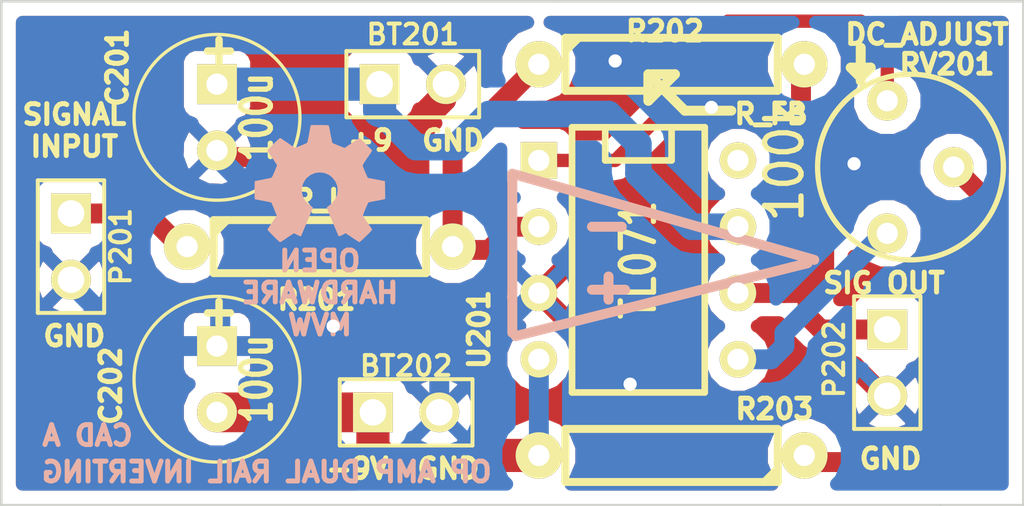
<source format=kicad_pcb>
(kicad_pcb (version 3) (host pcbnew "(2013-07-07 BZR 4022)-stable")

  (general
    (links 19)
    (no_connects 0)
    (area 230.327999 117.551999 269.544001 136.956001)
    (thickness 1.6)
    (drawings 35)
    (tracks 121)
    (zones 0)
    (modules 12)
    (nets 10)
  )

  (page A3)
  (layers
    (15 F.Cu signal)
    (0 B.Cu signal)
    (16 B.Adhes user)
    (17 F.Adhes user)
    (18 B.Paste user)
    (19 F.Paste user)
    (20 B.SilkS user)
    (21 F.SilkS user)
    (22 B.Mask user)
    (23 F.Mask user)
    (24 Dwgs.User user)
    (25 Cmts.User user)
    (26 Eco1.User user)
    (27 Eco2.User user)
    (28 Edge.Cuts user)
  )

  (setup
    (last_trace_width 0.762)
    (user_trace_width 0.508)
    (user_trace_width 0.762)
    (user_trace_width 1.016)
    (user_trace_width 1.27)
    (user_trace_width 2.54)
    (user_trace_width 5.08)
    (trace_clearance 0.381)
    (zone_clearance 0.508)
    (zone_45_only no)
    (trace_min 0.508)
    (segment_width 0.381)
    (edge_width 0.1)
    (via_size 1.016)
    (via_drill 0.508)
    (via_min_size 1.016)
    (via_min_drill 0.508)
    (uvia_size 0.508)
    (uvia_drill 0.127)
    (uvias_allowed no)
    (uvia_min_size 0.508)
    (uvia_min_drill 0.127)
    (pcb_text_width 0.3)
    (pcb_text_size 1.5 1.5)
    (mod_edge_width 0.15)
    (mod_text_size 1 1)
    (mod_text_width 0.15)
    (pad_size 1.5 1.5)
    (pad_drill 0.6)
    (pad_to_mask_clearance 0)
    (aux_axis_origin 0 0)
    (visible_elements 7FFF7FFF)
    (pcbplotparams
      (layerselection 284983297)
      (usegerberextensions true)
      (excludeedgelayer true)
      (linewidth 0.150000)
      (plotframeref false)
      (viasonmask false)
      (mode 1)
      (useauxorigin false)
      (hpglpennumber 1)
      (hpglpenspeed 20)
      (hpglpendiameter 15)
      (hpglpenoverlay 2)
      (psnegative false)
      (psa4output false)
      (plotreference true)
      (plotvalue false)
      (plotothertext true)
      (plotinvisibletext false)
      (padsonsilk false)
      (subtractmaskfromsilk false)
      (outputformat 1)
      (mirror false)
      (drillshape 0)
      (scaleselection 1)
      (outputdirectory Output/))
  )

  (net 0 "")
  (net 1 GND)
  (net 2 N-000002)
  (net 3 N-000005)
  (net 4 N-000006)
  (net 5 N-000007)
  (net 6 N-000008)
  (net 7 N-000009)
  (net 8 VCC)
  (net 9 VEE)

  (net_class Default "This is the default net class."
    (clearance 0.381)
    (trace_width 0.762)
    (via_dia 1.016)
    (via_drill 0.508)
    (uvia_dia 0.508)
    (uvia_drill 0.127)
    (add_net "")
    (add_net N-000002)
    (add_net N-000005)
    (add_net N-000006)
    (add_net N-000007)
    (add_net N-000008)
    (add_net N-000009)
  )

  (net_class POWER ""
    (clearance 0.381)
    (trace_width 0.762)
    (via_dia 1.016)
    (via_drill 0.508)
    (uvia_dia 0.508)
    (uvia_drill 0.127)
    (add_net GND)
    (add_net VCC)
    (add_net VEE)
  )

  (module PIN_ARRAY_2X1 (layer F.Cu) (tedit 4565C520) (tstamp 532D8C7A)
    (at 233.045 127 270)
    (descr "Connecteurs 2 pins")
    (tags "CONN DEV")
    (path /532D86CE/532D8801)
    (fp_text reference P201 (at 0 -1.905 270) (layer F.SilkS)
      (effects (font (size 0.762 0.762) (thickness 0.1524)))
    )
    (fp_text value CONN_2 (at 0 -1.905 270) (layer F.SilkS) hide
      (effects (font (size 0.762 0.762) (thickness 0.1524)))
    )
    (fp_line (start -2.54 1.27) (end -2.54 -1.27) (layer F.SilkS) (width 0.1524))
    (fp_line (start -2.54 -1.27) (end 2.54 -1.27) (layer F.SilkS) (width 0.1524))
    (fp_line (start 2.54 -1.27) (end 2.54 1.27) (layer F.SilkS) (width 0.1524))
    (fp_line (start 2.54 1.27) (end -2.54 1.27) (layer F.SilkS) (width 0.1524))
    (pad 1 thru_hole rect (at -1.27 0 270) (size 1.524 1.524) (drill 1.016)
      (layers *.Cu *.Mask F.SilkS)
      (net 7 N-000009)
    )
    (pad 2 thru_hole circle (at 1.27 0 270) (size 1.524 1.524) (drill 1.016)
      (layers *.Cu *.Mask F.SilkS)
      (net 1 GND)
    )
    (model pin_array/pins_array_2x1.wrl
      (at (xyz 0 0 0))
      (scale (xyz 1 1 1))
      (rotate (xyz 0 0 0))
    )
  )

  (module PIN_ARRAY_2X1 (layer F.Cu) (tedit 532DE260) (tstamp 532D8C84)
    (at 264.287 131.445 270)
    (descr "Connecteurs 2 pins")
    (tags "CONN DEV")
    (path /532D86CE/532D8834)
    (fp_text reference P202 (at -0.127 2.032 270) (layer F.SilkS)
      (effects (font (size 0.762 0.762) (thickness 0.1524)))
    )
    (fp_text value CONN_2 (at 0 -1.905 270) (layer F.SilkS) hide
      (effects (font (size 0.762 0.762) (thickness 0.1524)))
    )
    (fp_line (start -2.54 1.27) (end -2.54 -1.27) (layer F.SilkS) (width 0.1524))
    (fp_line (start -2.54 -1.27) (end 2.54 -1.27) (layer F.SilkS) (width 0.1524))
    (fp_line (start 2.54 -1.27) (end 2.54 1.27) (layer F.SilkS) (width 0.1524))
    (fp_line (start 2.54 1.27) (end -2.54 1.27) (layer F.SilkS) (width 0.1524))
    (pad 1 thru_hole rect (at -1.27 0 270) (size 1.524 1.524) (drill 1.016)
      (layers *.Cu *.Mask F.SilkS)
      (net 5 N-000007)
    )
    (pad 2 thru_hole circle (at 1.27 0 270) (size 1.524 1.524) (drill 1.016)
      (layers *.Cu *.Mask F.SilkS)
      (net 1 GND)
    )
    (model pin_array/pins_array_2x1.wrl
      (at (xyz 0 0 0))
      (scale (xyz 1 1 1))
      (rotate (xyz 0 0 0))
    )
  )

  (module PIN_ARRAY_2X1 (layer F.Cu) (tedit 4565C520) (tstamp 532D8C8E)
    (at 246.126 120.777)
    (descr "Connecteurs 2 pins")
    (tags "CONN DEV")
    (path /532D86CE/532D8843)
    (fp_text reference BT201 (at 0 -1.905) (layer F.SilkS)
      (effects (font (size 0.762 0.762) (thickness 0.1524)))
    )
    (fp_text value 9V_BATTERY (at 0 -1.905) (layer F.SilkS) hide
      (effects (font (size 0.762 0.762) (thickness 0.1524)))
    )
    (fp_line (start -2.54 1.27) (end -2.54 -1.27) (layer F.SilkS) (width 0.1524))
    (fp_line (start -2.54 -1.27) (end 2.54 -1.27) (layer F.SilkS) (width 0.1524))
    (fp_line (start 2.54 -1.27) (end 2.54 1.27) (layer F.SilkS) (width 0.1524))
    (fp_line (start 2.54 1.27) (end -2.54 1.27) (layer F.SilkS) (width 0.1524))
    (pad 1 thru_hole rect (at -1.27 0) (size 1.524 1.524) (drill 1.016)
      (layers *.Cu *.Mask F.SilkS)
      (net 8 VCC)
    )
    (pad 2 thru_hole circle (at 1.27 0) (size 1.524 1.524) (drill 1.016)
      (layers *.Cu *.Mask F.SilkS)
      (net 1 GND)
    )
    (model pin_array/pins_array_2x1.wrl
      (at (xyz 0 0 0))
      (scale (xyz 1 1 1))
      (rotate (xyz 0 0 0))
    )
  )

  (module PIN_ARRAY_2X1 (layer F.Cu) (tedit 532DA8D7) (tstamp 532DDF5F)
    (at 245.872 133.35)
    (descr "Connecteurs 2 pins")
    (tags "CONN DEV")
    (path /532D86CE/532D8849)
    (fp_text reference BT202 (at 0 -1.778) (layer F.SilkS)
      (effects (font (size 0.762 0.762) (thickness 0.1524)))
    )
    (fp_text value 9V_BATTERY (at 0 -1.905) (layer F.SilkS) hide
      (effects (font (size 0.762 0.762) (thickness 0.1524)))
    )
    (fp_line (start -2.54 1.27) (end -2.54 -1.27) (layer F.SilkS) (width 0.1524))
    (fp_line (start -2.54 -1.27) (end 2.54 -1.27) (layer F.SilkS) (width 0.1524))
    (fp_line (start 2.54 -1.27) (end 2.54 1.27) (layer F.SilkS) (width 0.1524))
    (fp_line (start 2.54 1.27) (end -2.54 1.27) (layer F.SilkS) (width 0.1524))
    (pad 1 thru_hole rect (at -1.27 0) (size 1.524 1.524) (drill 1.016)
      (layers *.Cu *.Mask F.SilkS)
      (net 9 VEE)
    )
    (pad 2 thru_hole circle (at 1.27 0) (size 1.524 1.524) (drill 1.016)
      (layers *.Cu *.Mask F.SilkS)
      (net 1 GND)
    )
    (model pin_array/pins_array_2x1.wrl
      (at (xyz 0 0 0))
      (scale (xyz 1 1 1))
      (rotate (xyz 0 0 0))
    )
  )

  (module DIP-8__300 (layer F.Cu) (tedit 532DF972) (tstamp 532D8CAB)
    (at 254.762 127.508 270)
    (descr "8 pins DIL package, round pads")
    (tags DIL)
    (path /532D86CE/532DD5B6)
    (fp_text reference U201 (at 2.667 6.096 270) (layer F.SilkS)
      (effects (font (size 0.762 0.762) (thickness 0.1905)))
    )
    (fp_text value TL071 (at 0 0 270) (layer F.SilkS)
      (effects (font (size 1.27 1.016) (thickness 0.2032)))
    )
    (fp_line (start -5.08 -1.27) (end -3.81 -1.27) (layer F.SilkS) (width 0.254))
    (fp_line (start -3.81 -1.27) (end -3.81 1.27) (layer F.SilkS) (width 0.254))
    (fp_line (start -3.81 1.27) (end -5.08 1.27) (layer F.SilkS) (width 0.254))
    (fp_line (start -5.08 -2.54) (end 5.08 -2.54) (layer F.SilkS) (width 0.254))
    (fp_line (start 5.08 -2.54) (end 5.08 2.54) (layer F.SilkS) (width 0.254))
    (fp_line (start 5.08 2.54) (end -5.08 2.54) (layer F.SilkS) (width 0.254))
    (fp_line (start -5.08 2.54) (end -5.08 -2.54) (layer F.SilkS) (width 0.254))
    (pad 1 thru_hole rect (at -3.81 3.81 270) (size 1.397 1.397) (drill 0.8128)
      (layers *.Cu *.Mask F.SilkS)
      (net 2 N-000002)
    )
    (pad 2 thru_hole circle (at -1.27 3.81 270) (size 1.397 1.397) (drill 0.8128)
      (layers *.Cu *.Mask F.SilkS)
      (net 3 N-000005)
    )
    (pad 3 thru_hole circle (at 1.27 3.81 270) (size 1.397 1.397) (drill 0.8128)
      (layers *.Cu *.Mask F.SilkS)
      (net 1 GND)
    )
    (pad 4 thru_hole circle (at 3.81 3.81 270) (size 1.397 1.397) (drill 0.8128)
      (layers *.Cu *.Mask F.SilkS)
      (net 9 VEE)
    )
    (pad 5 thru_hole circle (at 3.81 -3.81 270) (size 1.397 1.397) (drill 0.8128)
      (layers *.Cu *.Mask F.SilkS)
      (net 6 N-000008)
    )
    (pad 6 thru_hole circle (at 1.27 -3.81 270) (size 1.397 1.397) (drill 0.8128)
      (layers *.Cu *.Mask F.SilkS)
      (net 5 N-000007)
    )
    (pad 7 thru_hole circle (at -1.27 -3.81 270) (size 1.397 1.397) (drill 0.8128)
      (layers *.Cu *.Mask F.SilkS)
      (net 8 VCC)
    )
    (pad 8 thru_hole circle (at -3.81 -3.81 270) (size 1.397 1.397) (drill 0.8128)
      (layers *.Cu *.Mask F.SilkS)
    )
    (model dil/dil_8.wrl
      (at (xyz 0 0 0))
      (scale (xyz 1 1 1))
      (rotate (xyz 0 0 0))
    )
  )

  (module R4-LARGE_PADS (layer F.Cu) (tedit 532DE077) (tstamp 532D8D67)
    (at 256.032 120.015)
    (descr "Resitance 4 pas")
    (tags R)
    (path /532D86CE/532D87D7)
    (autoplace_cost180 10)
    (fp_text reference R202 (at -0.254 -1.27) (layer F.SilkS)
      (effects (font (size 0.762 0.762) (thickness 0.1905)))
    )
    (fp_text value 10k (at 0 0) (layer F.SilkS) hide
      (effects (font (size 1.397 1.27) (thickness 0.2032)))
    )
    (fp_line (start -5.08 0) (end -4.064 0) (layer F.SilkS) (width 0.3048))
    (fp_line (start -4.064 0) (end -4.064 -1.016) (layer F.SilkS) (width 0.3048))
    (fp_line (start -4.064 -1.016) (end 4.064 -1.016) (layer F.SilkS) (width 0.3048))
    (fp_line (start 4.064 -1.016) (end 4.064 1.016) (layer F.SilkS) (width 0.3048))
    (fp_line (start 4.064 1.016) (end -4.064 1.016) (layer F.SilkS) (width 0.3048))
    (fp_line (start -4.064 1.016) (end -4.064 0) (layer F.SilkS) (width 0.3048))
    (fp_line (start -4.064 -0.508) (end -3.556 -1.016) (layer F.SilkS) (width 0.3048))
    (fp_line (start 5.08 0) (end 4.064 0) (layer F.SilkS) (width 0.3048))
    (pad 1 thru_hole circle (at -5.08 0) (size 1.778 1.778) (drill 0.8128)
      (layers *.Cu *.Mask F.SilkS)
      (net 3 N-000005)
    )
    (pad 2 thru_hole circle (at 5.08 0) (size 1.778 1.778) (drill 0.8128)
      (layers *.Cu *.Mask F.SilkS)
      (net 5 N-000007)
    )
    (model discret/resistor.wrl
      (at (xyz 0 0 0))
      (scale (xyz 0.4 0.4 0.4))
      (rotate (xyz 0 0 0))
    )
  )

  (module R4-LARGE_PADS (layer F.Cu) (tedit 532DE2CE) (tstamp 532D8D75)
    (at 242.57 127)
    (descr "Resitance 4 pas")
    (tags R)
    (path /532D86CE/532D87DD)
    (autoplace_cost180 10)
    (fp_text reference R201 (at -0.127 2.032) (layer F.SilkS)
      (effects (font (size 0.762 0.762) (thickness 0.1905)))
    )
    (fp_text value 1k (at 0 0) (layer F.SilkS) hide
      (effects (font (size 1.397 1.27) (thickness 0.2032)))
    )
    (fp_line (start -5.08 0) (end -4.064 0) (layer F.SilkS) (width 0.3048))
    (fp_line (start -4.064 0) (end -4.064 -1.016) (layer F.SilkS) (width 0.3048))
    (fp_line (start -4.064 -1.016) (end 4.064 -1.016) (layer F.SilkS) (width 0.3048))
    (fp_line (start 4.064 -1.016) (end 4.064 1.016) (layer F.SilkS) (width 0.3048))
    (fp_line (start 4.064 1.016) (end -4.064 1.016) (layer F.SilkS) (width 0.3048))
    (fp_line (start -4.064 1.016) (end -4.064 0) (layer F.SilkS) (width 0.3048))
    (fp_line (start -4.064 -0.508) (end -3.556 -1.016) (layer F.SilkS) (width 0.3048))
    (fp_line (start 5.08 0) (end 4.064 0) (layer F.SilkS) (width 0.3048))
    (pad 1 thru_hole circle (at -5.08 0) (size 1.778 1.778) (drill 0.8128)
      (layers *.Cu *.Mask F.SilkS)
      (net 7 N-000009)
    )
    (pad 2 thru_hole circle (at 5.08 0) (size 1.778 1.778) (drill 0.8128)
      (layers *.Cu *.Mask F.SilkS)
      (net 3 N-000005)
    )
    (model discret/resistor.wrl
      (at (xyz 0 0 0))
      (scale (xyz 0.4 0.4 0.4))
      (rotate (xyz 0 0 0))
    )
  )

  (module C1V7 (layer F.Cu) (tedit 532D9985) (tstamp 532D9278)
    (at 238.633 122.047 270)
    (path /532D86CE/532D9261)
    (fp_text reference C201 (at -1.905 3.81 270) (layer F.SilkS)
      (effects (font (size 0.762 0.762) (thickness 0.1905)))
    )
    (fp_text value 100u (at 0 -1.524 270) (layer F.SilkS)
      (effects (font (size 1.143 0.889) (thickness 0.2032)))
    )
    (fp_text user + (at -2.54 0 270) (layer F.SilkS)
      (effects (font (size 1.143 1.143) (thickness 0.3048)))
    )
    (fp_circle (center 0 0) (end 3.175 0) (layer F.SilkS) (width 0.127))
    (pad 1 thru_hole rect (at -1.27 0 270) (size 1.524 1.524) (drill 0.8128)
      (layers *.Cu *.Mask F.SilkS)
      (net 8 VCC)
    )
    (pad 2 thru_hole circle (at 1.27 0 270) (size 1.524 1.524) (drill 0.8128)
      (layers *.Cu *.Mask F.SilkS)
      (net 1 GND)
    )
    (model discret/c_vert_c1v7.wrl
      (at (xyz 0 0 0))
      (scale (xyz 1 1 1))
      (rotate (xyz 0 0 0))
    )
  )

  (module C1V7 (layer F.Cu) (tedit 532D98AB) (tstamp 532DDF68)
    (at 238.633 132.08 270)
    (path /532D86CE/532D9270)
    (fp_text reference C202 (at 0.254 4.064 270) (layer F.SilkS)
      (effects (font (size 0.762 0.762) (thickness 0.1905)))
    )
    (fp_text value 100u (at 0 -1.524 270) (layer F.SilkS)
      (effects (font (size 1.143 0.889) (thickness 0.2032)))
    )
    (fp_text user + (at -2.54 0 270) (layer F.SilkS)
      (effects (font (size 1.143 1.143) (thickness 0.3048)))
    )
    (fp_circle (center 0 0) (end 3.175 0) (layer F.SilkS) (width 0.127))
    (pad 1 thru_hole rect (at -1.27 0 270) (size 1.524 1.524) (drill 0.8128)
      (layers *.Cu *.Mask F.SilkS)
      (net 1 GND)
    )
    (pad 2 thru_hole circle (at 1.27 0 270) (size 1.524 1.524) (drill 0.8128)
      (layers *.Cu *.Mask F.SilkS)
      (net 9 VEE)
    )
    (model discret/c_vert_c1v7.wrl
      (at (xyz 0 0 0))
      (scale (xyz 1 1 1))
      (rotate (xyz 0 0 0))
    )
  )

  (module OSHW-logo_silkscreen-back_5mm (layer B.Cu) (tedit 0) (tstamp 532DA696)
    (at 242.57 124.587)
    (fp_text reference G*** (at 0 -2.65176) (layer B.SilkS) hide
      (effects (font (size 0.22606 0.22606) (thickness 0.04318)) (justify mirror))
    )
    (fp_text value OSHW-logo_silkscreen-back_5mm (at 0 2.65176) (layer B.SilkS) hide
      (effects (font (size 0.22606 0.22606) (thickness 0.04318)) (justify mirror))
    )
    (fp_poly (pts (xy 1.51384 2.24536) (xy 1.48844 2.23012) (xy 1.43002 2.19456) (xy 1.3462 2.13868)
      (xy 1.24714 2.07264) (xy 1.14808 2.0066) (xy 1.0668 1.95326) (xy 1.01092 1.91516)
      (xy 0.98552 1.90246) (xy 0.97282 1.90754) (xy 0.9271 1.9304) (xy 0.85852 1.96596)
      (xy 0.81788 1.98628) (xy 0.75692 2.01168) (xy 0.7239 2.0193) (xy 0.71882 2.00914)
      (xy 0.69596 1.96088) (xy 0.6604 1.8796) (xy 0.61468 1.77038) (xy 0.5588 1.64338)
      (xy 0.50292 1.50876) (xy 0.4445 1.36906) (xy 0.38862 1.23444) (xy 0.34036 1.11506)
      (xy 0.29972 1.01854) (xy 0.27432 0.94996) (xy 0.26416 0.92202) (xy 0.2667 0.9144)
      (xy 0.29972 0.88392) (xy 0.35306 0.84328) (xy 0.47244 0.74676) (xy 0.58928 0.60198)
      (xy 0.6604 0.43688) (xy 0.68326 0.25146) (xy 0.66294 0.08128) (xy 0.5969 -0.08128)
      (xy 0.4826 -0.2286) (xy 0.3429 -0.33782) (xy 0.18034 -0.4064) (xy 0 -0.42926)
      (xy -0.17272 -0.40894) (xy -0.34036 -0.3429) (xy -0.48768 -0.23114) (xy -0.55118 -0.16002)
      (xy -0.63754 -0.01016) (xy -0.6858 0.14732) (xy -0.69088 0.18796) (xy -0.68326 0.36322)
      (xy -0.63246 0.5334) (xy -0.53848 0.68326) (xy -0.40894 0.80772) (xy -0.3937 0.81788)
      (xy -0.33528 0.8636) (xy -0.29464 0.89408) (xy -0.26416 0.91948) (xy -0.48768 1.45796)
      (xy -0.52324 1.54178) (xy -0.5842 1.6891) (xy -0.63754 1.8161) (xy -0.68072 1.9177)
      (xy -0.7112 1.98374) (xy -0.7239 2.01168) (xy -0.7239 2.01422) (xy -0.74422 2.01676)
      (xy -0.78486 2.00152) (xy -0.86106 1.96596) (xy -0.90932 1.94056) (xy -0.96774 1.91262)
      (xy -0.99314 1.90246) (xy -1.016 1.91516) (xy -1.06934 1.95072) (xy -1.15062 2.00406)
      (xy -1.24714 2.06756) (xy -1.33858 2.13106) (xy -1.4224 2.18694) (xy -1.48336 2.22504)
      (xy -1.51384 2.24282) (xy -1.51892 2.24282) (xy -1.54432 2.22758) (xy -1.59258 2.18694)
      (xy -1.66624 2.11836) (xy -1.77038 2.01422) (xy -1.78562 1.99898) (xy -1.87198 1.91262)
      (xy -1.94056 1.83896) (xy -1.98628 1.78816) (xy -2.00406 1.7653) (xy -2.00406 1.7653)
      (xy -1.98882 1.73482) (xy -1.95072 1.67386) (xy -1.89484 1.5875) (xy -1.82626 1.48844)
      (xy -1.64846 1.22936) (xy -1.74498 0.98552) (xy -1.77546 0.90932) (xy -1.81356 0.82042)
      (xy -1.8415 0.75438) (xy -1.85674 0.72644) (xy -1.88214 0.71628) (xy -1.95072 0.70104)
      (xy -2.04724 0.68072) (xy -2.16154 0.6604) (xy -2.2733 0.64008) (xy -2.37236 0.61976)
      (xy -2.44348 0.60706) (xy -2.4765 0.59944) (xy -2.48412 0.59436) (xy -2.49174 0.57912)
      (xy -2.49428 0.5461) (xy -2.49682 0.48514) (xy -2.49936 0.39116) (xy -2.49936 0.25146)
      (xy -2.49936 0.23622) (xy -2.49682 0.10668) (xy -2.49428 0) (xy -2.49174 -0.06604)
      (xy -2.48666 -0.09398) (xy -2.48666 -0.09398) (xy -2.45618 -0.1016) (xy -2.38506 -0.11684)
      (xy -2.286 -0.13462) (xy -2.16662 -0.15748) (xy -2.159 -0.16002) (xy -2.04216 -0.18288)
      (xy -1.9431 -0.2032) (xy -1.87198 -0.21844) (xy -1.84404 -0.2286) (xy -1.83642 -0.23622)
      (xy -1.81356 -0.28194) (xy -1.78054 -0.3556) (xy -1.7399 -0.4445) (xy -1.7018 -0.53848)
      (xy -1.66878 -0.6223) (xy -1.64592 -0.68326) (xy -1.6383 -0.7112) (xy -1.64084 -0.71374)
      (xy -1.65862 -0.74168) (xy -1.69926 -0.80264) (xy -1.75514 -0.88646) (xy -1.82372 -0.98806)
      (xy -1.8288 -0.99568) (xy -1.89738 -1.09474) (xy -1.95326 -1.1811) (xy -1.98882 -1.23952)
      (xy -2.00406 -1.26746) (xy -2.00406 -1.27) (xy -1.9812 -1.30048) (xy -1.9304 -1.35636)
      (xy -1.85674 -1.43256) (xy -1.77038 -1.52146) (xy -1.74244 -1.54686) (xy -1.64338 -1.64338)
      (xy -1.57734 -1.70434) (xy -1.53416 -1.73736) (xy -1.51384 -1.74498) (xy -1.51384 -1.74498)
      (xy -1.48336 -1.7272) (xy -1.41986 -1.68656) (xy -1.33604 -1.62814) (xy -1.23444 -1.55956)
      (xy -1.22682 -1.55448) (xy -1.12776 -1.4859) (xy -1.04394 -1.43002) (xy -0.98552 -1.38938)
      (xy -0.95758 -1.37414) (xy -0.95504 -1.37414) (xy -0.9144 -1.38684) (xy -0.84328 -1.41224)
      (xy -0.75438 -1.44526) (xy -0.66294 -1.48336) (xy -0.57912 -1.51892) (xy -0.51562 -1.54686)
      (xy -0.48514 -1.56464) (xy -0.48514 -1.56464) (xy -0.47498 -1.6002) (xy -0.4572 -1.6764)
      (xy -0.43688 -1.778) (xy -0.41148 -1.89992) (xy -0.40894 -1.92024) (xy -0.38608 -2.03962)
      (xy -0.3683 -2.13868) (xy -0.35306 -2.20726) (xy -0.34544 -2.2352) (xy -0.3302 -2.23774)
      (xy -0.27178 -2.24282) (xy -0.18288 -2.24536) (xy -0.07366 -2.24536) (xy 0.0381 -2.24536)
      (xy 0.14732 -2.24282) (xy 0.2413 -2.24028) (xy 0.30988 -2.2352) (xy 0.33782 -2.23012)
      (xy 0.33782 -2.22758) (xy 0.34798 -2.18948) (xy 0.36576 -2.11582) (xy 0.38608 -2.01168)
      (xy 0.40894 -1.88976) (xy 0.41402 -1.8669) (xy 0.43688 -1.75006) (xy 0.4572 -1.651)
      (xy 0.4699 -1.58496) (xy 0.47752 -1.55702) (xy 0.49022 -1.55194) (xy 0.53848 -1.53162)
      (xy 0.61722 -1.4986) (xy 0.71628 -1.45796) (xy 0.94488 -1.36652) (xy 1.22682 -1.55702)
      (xy 1.25222 -1.5748) (xy 1.35382 -1.64338) (xy 1.4351 -1.69926) (xy 1.49352 -1.73736)
      (xy 1.51638 -1.75006) (xy 1.51892 -1.75006) (xy 1.54686 -1.72466) (xy 1.60274 -1.67132)
      (xy 1.67894 -1.59766) (xy 1.76784 -1.5113) (xy 1.83134 -1.44526) (xy 1.91008 -1.36652)
      (xy 1.95834 -1.31318) (xy 1.98628 -1.28016) (xy 1.9939 -1.25984) (xy 1.99136 -1.2446)
      (xy 1.97358 -1.21666) (xy 1.93294 -1.1557) (xy 1.87452 -1.06934) (xy 1.80594 -0.97028)
      (xy 1.75006 -0.88646) (xy 1.6891 -0.79248) (xy 1.651 -0.72644) (xy 1.63576 -0.69342)
      (xy 1.64084 -0.68072) (xy 1.65862 -0.62484) (xy 1.69418 -0.54102) (xy 1.73482 -0.44196)
      (xy 1.83388 -0.22098) (xy 1.97866 -0.19304) (xy 2.06756 -0.17526) (xy 2.18948 -0.1524)
      (xy 2.30886 -0.12954) (xy 2.49174 -0.09398) (xy 2.49936 0.58166) (xy 2.47142 0.59436)
      (xy 2.44348 0.60198) (xy 2.3749 0.61722) (xy 2.27838 0.63754) (xy 2.16154 0.65786)
      (xy 2.06502 0.67564) (xy 1.96596 0.69596) (xy 1.89484 0.70866) (xy 1.86436 0.71628)
      (xy 1.8542 0.72644) (xy 1.83134 0.7747) (xy 1.79578 0.8509) (xy 1.75514 0.94234)
      (xy 1.71704 1.03632) (xy 1.68148 1.12522) (xy 1.65862 1.19126) (xy 1.64846 1.22428)
      (xy 1.66116 1.25222) (xy 1.69926 1.31064) (xy 1.7526 1.39192) (xy 1.82118 1.49098)
      (xy 1.88722 1.5875) (xy 1.94564 1.67132) (xy 1.98374 1.73228) (xy 2.00152 1.76022)
      (xy 1.99136 1.778) (xy 1.95326 1.82626) (xy 1.8796 1.90246) (xy 1.76784 2.01168)
      (xy 1.75006 2.02946) (xy 1.6637 2.11328) (xy 1.59004 2.18186) (xy 1.5367 2.22758)
      (xy 1.51384 2.24536)) (layer B.SilkS) (width 0.00254))
  )

  (module RV2 (layer F.Cu) (tedit 532DF8DA) (tstamp 532DDE81)
    (at 265.557 123.952 270)
    (descr "Resistance variable / potentiometre")
    (tags R)
    (path /532D86CE/532DD6E6)
    (autoplace_cost90 10)
    (autoplace_cost180 10)
    (fp_text reference RV201 (at -3.937 -1.016 360) (layer F.SilkS)
      (effects (font (size 0.762 0.762) (thickness 0.1905)))
    )
    (fp_text value 100k (at -0.254 5.207 270) (layer F.SilkS)
      (effects (font (size 1.397 1.27) (thickness 0.2032)))
    )
    (fp_circle (center 0 0.381) (end 0 -3.175) (layer F.SilkS) (width 0.2032))
    (pad 1 thru_hole circle (at -2.54 1.27 270) (size 1.524 1.524) (drill 0.8128)
      (layers *.Cu *.Mask F.SilkS)
      (net 2 N-000002)
    )
    (pad 2 thru_hole circle (at 0 -1.27 270) (size 1.524 1.524) (drill 0.8128)
      (layers *.Cu *.Mask F.SilkS)
      (net 4 N-000006)
    )
    (pad 3 thru_hole circle (at 2.54 1.27 270) (size 1.524 1.524) (drill 0.8128)
      (layers *.Cu *.Mask F.SilkS)
      (net 6 N-000008)
    )
    (model discret/adjustable_rx2.wrl
      (at (xyz 0 0 0))
      (scale (xyz 1 1 1))
      (rotate (xyz 0 0 0))
    )
  )

  (module R4-LARGE_PADS (layer F.Cu) (tedit 532DF95C) (tstamp 532DDE8F)
    (at 256.032 135.001 180)
    (descr "Resitance 4 pas")
    (tags R)
    (path /532D86CE/532DE079)
    (autoplace_cost180 10)
    (fp_text reference R203 (at -3.937 1.778 180) (layer F.SilkS)
      (effects (font (size 0.762 0.762) (thickness 0.1905)))
    )
    (fp_text value 1.5k (at 0 0 180) (layer F.SilkS) hide
      (effects (font (size 1.397 1.27) (thickness 0.2032)))
    )
    (fp_line (start -5.08 0) (end -4.064 0) (layer F.SilkS) (width 0.3048))
    (fp_line (start -4.064 0) (end -4.064 -1.016) (layer F.SilkS) (width 0.3048))
    (fp_line (start -4.064 -1.016) (end 4.064 -1.016) (layer F.SilkS) (width 0.3048))
    (fp_line (start 4.064 -1.016) (end 4.064 1.016) (layer F.SilkS) (width 0.3048))
    (fp_line (start 4.064 1.016) (end -4.064 1.016) (layer F.SilkS) (width 0.3048))
    (fp_line (start -4.064 1.016) (end -4.064 0) (layer F.SilkS) (width 0.3048))
    (fp_line (start -4.064 -0.508) (end -3.556 -1.016) (layer F.SilkS) (width 0.3048))
    (fp_line (start 5.08 0) (end 4.064 0) (layer F.SilkS) (width 0.3048))
    (pad 1 thru_hole circle (at -5.08 0 180) (size 1.778 1.778) (drill 0.8128)
      (layers *.Cu *.Mask F.SilkS)
      (net 4 N-000006)
    )
    (pad 2 thru_hole circle (at 5.08 0 180) (size 1.778 1.778) (drill 0.8128)
      (layers *.Cu *.Mask F.SilkS)
      (net 9 VEE)
    )
    (model discret/resistor.wrl
      (at (xyz 0 0 0))
      (scale (xyz 0.4 0.4 0.4))
      (rotate (xyz 0 0 0))
    )
  )

  (gr_line (start 263.271 120.523) (end 263.271 120.65) (angle 90) (layer F.SilkS) (width 0.381))
  (gr_line (start 262.89 120.142) (end 263.271 120.523) (angle 90) (layer F.SilkS) (width 0.381))
  (gr_line (start 263.652 120.142) (end 262.89 120.142) (angle 90) (layer F.SilkS) (width 0.381))
  (gr_line (start 263.271 120.523) (end 263.652 120.142) (angle 90) (layer F.SilkS) (width 0.381))
  (gr_line (start 263.271 119.38) (end 263.271 120.523) (angle 90) (layer F.SilkS) (width 0.381))
  (gr_line (start 256.159 120.396) (end 255.27 120.396) (angle 90) (layer F.SilkS) (width 0.381))
  (gr_line (start 255.143 121.412) (end 256.159 120.396) (angle 90) (layer F.SilkS) (width 0.381))
  (gr_line (start 255.143 120.396) (end 255.143 121.412) (angle 90) (layer F.SilkS) (width 0.381))
  (gr_line (start 256.54 121.793) (end 255.143 120.396) (angle 90) (layer F.SilkS) (width 0.381))
  (gr_line (start 258.318 121.793) (end 256.54 121.793) (angle 90) (layer F.SilkS) (width 0.381))
  (gr_text "CAD A" (at 233.68 134.239) (layer B.SilkS)
    (effects (font (size 0.762 0.762) (thickness 0.1905)) (justify mirror))
  )
  (gr_text DC_ADJUST (at 265.811 118.872) (layer F.SilkS)
    (effects (font (size 0.762 0.762) (thickness 0.1905)))
  )
  (gr_text R_FB (at 259.842 121.92) (layer F.SilkS)
    (effects (font (size 0.762 0.762) (thickness 0.1905)))
  )
  (gr_text R_IN (at 242.824 125.222) (layer F.SilkS)
    (effects (font (size 0.762 0.762) (thickness 0.1905)))
  )
  (gr_line (start 269.494 136.906) (end 266.319 136.906) (angle 90) (layer Edge.Cuts) (width 0.1))
  (gr_line (start 269.494 117.602) (end 269.494 136.906) (angle 90) (layer Edge.Cuts) (width 0.1))
  (gr_line (start 266.319 117.602) (end 269.494 117.602) (angle 90) (layer Edge.Cuts) (width 0.1))
  (gr_text "OP AMP DUAL RAIL INVERTING" (at 240.538 135.636) (layer B.SilkS)
    (effects (font (size 0.762 0.762) (thickness 0.1905)) (justify mirror))
  )
  (gr_text "OPEN\nHARDWARE\nMVW" (at 242.57 128.778) (layer B.SilkS)
    (effects (font (size 0.762 0.762) (thickness 0.1905)) (justify mirror))
  )
  (gr_line (start 253.619 128.143) (end 253.619 129.032) (angle 90) (layer B.SilkS) (width 0.381))
  (gr_line (start 252.984 128.651) (end 254.254 128.651) (angle 90) (layer B.SilkS) (width 0.381))
  (gr_line (start 252.984 126.238) (end 254.127 126.238) (angle 90) (layer B.SilkS) (width 0.381))
  (gr_line (start 250.063 130.429) (end 261.239 127.635) (angle 90) (layer B.SilkS) (width 0.381))
  (gr_line (start 249.936 124.206) (end 249.936 130.302) (angle 90) (layer B.SilkS) (width 0.381))
  (gr_line (start 249.936 124.206) (end 261.493 127.508) (angle 90) (layer B.SilkS) (width 0.381))
  (gr_text GND (at 264.414 135.128) (layer F.SilkS)
    (effects (font (size 0.762 0.762) (thickness 0.1905)))
  )
  (gr_text GND (at 233.172 130.429) (layer F.SilkS)
    (effects (font (size 0.762 0.762) (thickness 0.1905)))
  )
  (gr_text "-9V  GND" (at 245.745 135.509) (layer F.SilkS)
    (effects (font (size 0.762 0.762) (thickness 0.1905)))
  )
  (gr_text "+9  GND" (at 246.253 122.936) (layer F.SilkS)
    (effects (font (size 0.762 0.762) (thickness 0.1905)))
  )
  (gr_text "SIG OUT" (at 264.16 128.397) (layer F.SilkS)
    (effects (font (size 0.762 0.762) (thickness 0.1905)))
  )
  (gr_text "SIGNAL\nINPUT" (at 233.172 122.555) (layer F.SilkS)
    (effects (font (size 0.762 0.762) (thickness 0.1905)))
  )
  (gr_line (start 230.378 117.602) (end 251.714 117.602) (angle 90) (layer Edge.Cuts) (width 0.1))
  (gr_line (start 230.378 136.906) (end 230.378 117.602) (angle 90) (layer Edge.Cuts) (width 0.1))
  (gr_line (start 266.319 136.906) (end 230.378 136.906) (angle 90) (layer Edge.Cuts) (width 0.1))
  (gr_line (start 251.46 117.602) (end 266.319 117.602) (angle 90) (layer Edge.Cuts) (width 0.1))

  (segment (start 264.287 132.715) (end 264.16 132.715) (width 0.762) (layer F.Cu) (net 1))
  (segment (start 261.493 131.572) (end 260.35 132.715) (width 0.762) (layer F.Cu) (net 1) (tstamp 532DFA09))
  (segment (start 263.017 131.572) (end 261.493 131.572) (width 0.762) (layer F.Cu) (net 1) (tstamp 532DFA08))
  (segment (start 264.16 132.715) (end 263.017 131.572) (width 0.762) (layer F.Cu) (net 1) (tstamp 532DFA02))
  (segment (start 257.556 121.666) (end 259.461 121.666) (width 0.762) (layer B.Cu) (net 1))
  (via (at 263.017 123.825) (size 1.016) (layers F.Cu B.Cu) (net 1))
  (segment (start 262.382 123.825) (end 263.017 123.825) (width 0.762) (layer B.Cu) (net 1) (tstamp 532DEFA7))
  (segment (start 260.604 122.047) (end 262.382 123.825) (width 0.762) (layer B.Cu) (net 1) (tstamp 532DEFA5))
  (segment (start 260.35 122.047) (end 260.604 122.047) (width 0.762) (layer B.Cu) (net 1) (tstamp 532DEFA2))
  (segment (start 260.35 121.666) (end 260.35 122.047) (width 0.762) (layer B.Cu) (net 1) (tstamp 532DEFA1))
  (segment (start 259.461 121.666) (end 260.35 121.666) (width 0.762) (layer B.Cu) (net 1) (tstamp 532DEF9F))
  (segment (start 255.016 132.842) (end 254.4445 132.2705) (width 0.762) (layer F.Cu) (net 1) (tstamp 532DE6B0))
  (segment (start 256.286 134.112) (end 255.016 132.842) (width 0.762) (layer F.Cu) (net 1) (tstamp 532DEE79))
  (segment (start 258.699 134.112) (end 256.286 134.112) (width 0.762) (layer F.Cu) (net 1) (tstamp 532DEE78))
  (segment (start 260.096 132.715) (end 258.699 134.112) (width 0.762) (layer F.Cu) (net 1) (tstamp 532DEE76))
  (segment (start 260.223 132.715) (end 260.096 132.715) (width 0.762) (layer F.Cu) (net 1) (tstamp 532DEE73))
  (segment (start 260.35 132.715) (end 260.223 132.715) (width 0.762) (layer F.Cu) (net 1) (tstamp 532DEE71))
  (segment (start 260.35 132.588) (end 260.35 132.715) (width 0.762) (layer F.Cu) (net 1) (tstamp 532DEE70))
  (via (at 243.078 130.048) (size 1.016) (layers F.Cu B.Cu) (net 1))
  (via (at 254.4445 132.2705) (size 1.016) (layers F.Cu B.Cu) (net 1))
  (segment (start 254.4445 132.2705) (end 254.381 132.334) (width 0.762) (layer B.Cu) (net 1) (tstamp 532DEDDE))
  (via (at 253.873 119.888) (size 1.016) (layers F.Cu B.Cu) (net 1))
  (segment (start 255.905 119.888) (end 253.873 119.888) (width 0.762) (layer B.Cu) (net 1) (tstamp 532DED45))
  (via (at 257.556 121.666) (size 1.016) (layers F.Cu B.Cu) (net 1))
  (segment (start 250.952 128.778) (end 253.746 125.984) (width 0.762) (layer F.Cu) (net 1))
  (segment (start 256.159 123.063) (end 257.556 121.666) (width 0.762) (layer F.Cu) (net 1) (tstamp 532DED0C))
  (segment (start 256.159 123.19) (end 256.159 123.063) (width 0.762) (layer F.Cu) (net 1) (tstamp 532DED0A))
  (segment (start 256.159 123.571) (end 256.159 123.19) (width 0.762) (layer F.Cu) (net 1) (tstamp 532DED04))
  (segment (start 253.746 125.984) (end 256.159 123.571) (width 0.762) (layer F.Cu) (net 1) (tstamp 532DED02))
  (segment (start 257.556 121.285) (end 256.032 119.761) (width 0.762) (layer B.Cu) (net 1) (tstamp 532DED40))
  (segment (start 257.556 121.539) (end 257.556 121.285) (width 0.762) (layer B.Cu) (net 1) (tstamp 532DED3D))
  (segment (start 257.556 121.666) (end 257.556 121.539) (width 0.762) (layer B.Cu) (net 1) (tstamp 532DED3C))
  (segment (start 256.032 119.761) (end 255.905 119.888) (width 0.762) (layer B.Cu) (net 1))
  (segment (start 253.873 119.888) (end 253.492 119.888) (width 0.762) (layer F.Cu) (net 1) (tstamp 532DED7D))
  (segment (start 250.952 128.778) (end 250.825 128.778) (width 0.762) (layer B.Cu) (net 1))
  (segment (start 248.412 131.191) (end 247.015 131.191) (width 0.762) (layer B.Cu) (net 1) (tstamp 532DE80F))
  (segment (start 250.825 128.778) (end 248.412 131.191) (width 0.762) (layer B.Cu) (net 1) (tstamp 532DE80A))
  (segment (start 250.952 128.778) (end 250.952 128.778) (width 0.762) (layer F.Cu) (net 1) (tstamp 532DE6B1))
  (segment (start 254.4445 132.2705) (end 250.952 128.778) (width 0.762) (layer F.Cu) (net 1) (tstamp 532DEDDB))
  (segment (start 247.396 120.777) (end 247.396 121.412) (width 0.762) (layer F.Cu) (net 1))
  (segment (start 245.237 123.571) (end 238.887 123.571) (width 0.762) (layer F.Cu) (net 1) (tstamp 532DE695))
  (segment (start 247.396 121.412) (end 245.237 123.571) (width 0.762) (layer F.Cu) (net 1) (tstamp 532DE693))
  (segment (start 238.887 123.571) (end 238.633 123.317) (width 0.762) (layer F.Cu) (net 1) (tstamp 532DE696))
  (segment (start 239.903 124.841) (end 239.903 128.27) (width 0.762) (layer B.Cu) (net 1))
  (segment (start 238.633 123.317) (end 238.633 123.571) (width 0.762) (layer B.Cu) (net 1))
  (segment (start 238.633 123.571) (end 239.903 124.841) (width 0.762) (layer B.Cu) (net 1) (tstamp 532D9D65))
  (segment (start 238.76 130.683) (end 238.633 130.81) (width 0.762) (layer B.Cu) (net 1) (tstamp 532DE68A))
  (segment (start 238.76 129.413) (end 238.76 130.683) (width 0.762) (layer B.Cu) (net 1) (tstamp 532DE689))
  (segment (start 239.903 128.27) (end 238.76 129.413) (width 0.762) (layer B.Cu) (net 1) (tstamp 532DE686))
  (segment (start 243.078 130.048) (end 245.872 130.048) (width 0.762) (layer B.Cu) (net 1))
  (segment (start 245.872 130.048) (end 247.015 131.191) (width 0.762) (layer B.Cu) (net 1) (tstamp 532DE47B))
  (segment (start 247.015 131.191) (end 247.142 131.318) (width 0.762) (layer B.Cu) (net 1) (tstamp 532DE814))
  (segment (start 247.142 131.318) (end 247.142 133.35) (width 0.762) (layer B.Cu) (net 1) (tstamp 532DE470))
  (segment (start 238.633 130.81) (end 242.316 130.81) (width 0.762) (layer B.Cu) (net 1))
  (segment (start 242.316 130.81) (end 243.078 130.048) (width 0.762) (layer B.Cu) (net 1) (tstamp 532D9D6E))
  (segment (start 243.078 130.048) (end 243.205 129.921) (width 0.762) (layer B.Cu) (net 1) (tstamp 532DE479))
  (segment (start 233.045 128.27) (end 233.045 128.397) (width 0.762) (layer B.Cu) (net 1))
  (segment (start 233.045 128.397) (end 235.458 130.81) (width 0.762) (layer B.Cu) (net 1) (tstamp 532D9DAA))
  (segment (start 238.633 130.81) (end 235.458 130.81) (width 0.762) (layer B.Cu) (net 1))
  (segment (start 235.458 130.81) (end 235.331 130.81) (width 0.762) (layer B.Cu) (net 1) (tstamp 532D9DAF))
  (segment (start 247.396 120.777) (end 247.523 120.777) (width 0.762) (layer F.Cu) (net 1))
  (segment (start 238.887 123.571) (end 238.633 123.317) (width 0.762) (layer F.Cu) (net 1) (tstamp 532D983F))
  (segment (start 264.287 121.412) (end 264.287 119.38) (width 0.508) (layer F.Cu) (net 2))
  (segment (start 263.271 118.364) (end 258.191 118.364) (width 0.508) (layer F.Cu) (net 2) (tstamp 532DEBEA))
  (segment (start 258.191 118.364) (end 255.905 120.65) (width 0.508) (layer F.Cu) (net 2) (tstamp 532DEBF3))
  (segment (start 255.905 120.65) (end 255.905 121.666) (width 0.508) (layer F.Cu) (net 2) (tstamp 532DE520))
  (segment (start 255.905 121.666) (end 253.873 123.698) (width 0.508) (layer F.Cu) (net 2) (tstamp 532DE523))
  (segment (start 253.873 123.698) (end 250.952 123.698) (width 0.508) (layer F.Cu) (net 2) (tstamp 532DE525))
  (segment (start 264.287 119.38) (end 263.271 118.364) (width 0.508) (layer F.Cu) (net 2) (tstamp 532DEC02))
  (segment (start 247.65 127) (end 247.65 124.46) (width 0.762) (layer F.Cu) (net 3))
  (segment (start 247.777 123.19) (end 250.952 120.015) (width 0.762) (layer F.Cu) (net 3) (tstamp 532DEC26))
  (segment (start 247.65 123.19) (end 247.777 123.19) (width 0.762) (layer F.Cu) (net 3) (tstamp 532DEC25))
  (segment (start 247.65 124.46) (end 247.65 123.19) (width 0.762) (layer F.Cu) (net 3) (tstamp 532DEC1C))
  (segment (start 250.952 126.238) (end 249.936 126.238) (width 0.762) (layer F.Cu) (net 3))
  (segment (start 247.777 127.127) (end 247.65 127) (width 0.762) (layer F.Cu) (net 3) (tstamp 532DE45E))
  (segment (start 249.047 127.127) (end 247.777 127.127) (width 0.762) (layer F.Cu) (net 3) (tstamp 532DE458))
  (segment (start 249.428 126.746) (end 249.047 127.127) (width 0.762) (layer F.Cu) (net 3) (tstamp 532DE456))
  (segment (start 249.936 126.238) (end 249.428 126.746) (width 0.762) (layer F.Cu) (net 3) (tstamp 532DE451))
  (segment (start 267.335 135.255) (end 268.097 134.493) (width 0.762) (layer F.Cu) (net 4))
  (segment (start 261.112 135.001) (end 261.366 135.255) (width 0.762) (layer F.Cu) (net 4))
  (segment (start 265.684 135.255) (end 267.335 135.255) (width 0.762) (layer F.Cu) (net 4) (tstamp 532DF2D5))
  (segment (start 261.366 135.255) (end 265.684 135.255) (width 0.762) (layer F.Cu) (net 4) (tstamp 532DF2D4))
  (segment (start 268.097 125.222) (end 266.827 123.952) (width 0.762) (layer F.Cu) (net 4) (tstamp 532DF309))
  (segment (start 268.097 134.493) (end 268.097 125.222) (width 0.762) (layer F.Cu) (net 4) (tstamp 532DF307))
  (segment (start 261.112 135.001) (end 261.112 134.874) (width 0.762) (layer B.Cu) (net 4))
  (segment (start 264.287 130.175) (end 261.747 130.175) (width 0.762) (layer F.Cu) (net 5))
  (segment (start 261.239 128.905) (end 261.112 128.778) (width 0.762) (layer F.Cu) (net 5) (tstamp 532DF33B))
  (segment (start 261.239 129.667) (end 261.239 128.905) (width 0.762) (layer F.Cu) (net 5) (tstamp 532DF337))
  (segment (start 261.747 130.175) (end 261.239 129.667) (width 0.762) (layer F.Cu) (net 5) (tstamp 532DF335))
  (segment (start 261.112 128.778) (end 261.874 128.016) (width 0.762) (layer F.Cu) (net 5))
  (segment (start 260.985 120.142) (end 261.112 120.015) (width 0.762) (layer F.Cu) (net 5) (tstamp 532DEC80))
  (segment (start 260.985 124.46) (end 260.985 120.142) (width 0.762) (layer F.Cu) (net 5) (tstamp 532DEC7F))
  (segment (start 261.874 125.349) (end 260.985 124.46) (width 0.762) (layer F.Cu) (net 5) (tstamp 532DEC7B))
  (segment (start 261.874 128.016) (end 261.874 125.349) (width 0.762) (layer F.Cu) (net 5) (tstamp 532DEC78))
  (segment (start 258.572 128.778) (end 260.35 128.778) (width 0.762) (layer F.Cu) (net 5))
  (segment (start 260.35 128.778) (end 261.112 128.778) (width 0.762) (layer F.Cu) (net 5) (tstamp 532DEC66))
  (segment (start 264.287 126.492) (end 264.16 126.492) (width 0.762) (layer B.Cu) (net 6))
  (segment (start 259.842 131.318) (end 258.572 131.318) (width 0.762) (layer B.Cu) (net 6) (tstamp 532DF9DD))
  (segment (start 260.35 130.81) (end 259.842 131.318) (width 0.762) (layer B.Cu) (net 6) (tstamp 532DF9DC))
  (segment (start 260.35 130.302) (end 260.35 130.81) (width 0.762) (layer B.Cu) (net 6) (tstamp 532DF9DA))
  (segment (start 264.16 126.492) (end 260.35 130.302) (width 0.762) (layer B.Cu) (net 6) (tstamp 532DF9D4))
  (segment (start 237.49 127) (end 237.236 127) (width 0.762) (layer F.Cu) (net 7))
  (segment (start 235.966 125.73) (end 233.045 125.73) (width 0.762) (layer F.Cu) (net 7) (tstamp 532D94F7))
  (segment (start 237.236 127) (end 235.966 125.73) (width 0.762) (layer F.Cu) (net 7) (tstamp 532D94F3))
  (segment (start 244.856 121.793) (end 246.253 123.19) (width 1.016) (layer B.Cu) (net 8))
  (segment (start 244.856 120.777) (end 244.856 121.793) (width 1.27) (layer B.Cu) (net 8))
  (segment (start 256.794 126.238) (end 258.572 126.238) (width 1.016) (layer B.Cu) (net 8) (tstamp 532DE8F3))
  (segment (start 254.762 124.206) (end 256.794 126.238) (width 1.016) (layer B.Cu) (net 8) (tstamp 532DE8F2))
  (segment (start 254.762 123.063) (end 254.762 124.206) (width 1.016) (layer B.Cu) (net 8) (tstamp 532DE8F0))
  (segment (start 253.619 121.92) (end 254.762 123.063) (width 1.016) (layer B.Cu) (net 8) (tstamp 532DE8EF))
  (segment (start 249.047 121.92) (end 253.619 121.92) (width 1.016) (layer B.Cu) (net 8) (tstamp 532DE8EE))
  (segment (start 247.777 123.19) (end 249.047 121.92) (width 1.016) (layer B.Cu) (net 8) (tstamp 532DE8ED))
  (segment (start 246.253 123.19) (end 247.777 123.19) (width 1.016) (layer B.Cu) (net 8) (tstamp 532DE8EB))
  (segment (start 244.856 120.777) (end 238.633 120.777) (width 1.27) (layer B.Cu) (net 8))
  (segment (start 250.952 135.001) (end 250.952 131.318) (width 0.762) (layer B.Cu) (net 9))
  (segment (start 250.952 135.001) (end 248.92 135.001) (width 1.27) (layer F.Cu) (net 9))
  (segment (start 244.602 134.747) (end 244.602 133.35) (width 1.27) (layer F.Cu) (net 9) (tstamp 532DE9E1))
  (segment (start 245.364 135.509) (end 244.602 134.747) (width 1.27) (layer F.Cu) (net 9) (tstamp 532DE9E0))
  (segment (start 248.412 135.509) (end 245.364 135.509) (width 1.27) (layer F.Cu) (net 9) (tstamp 532DE9DB))
  (segment (start 248.92 135.001) (end 248.412 135.509) (width 1.27) (layer F.Cu) (net 9) (tstamp 532DE9D9))
  (segment (start 244.602 133.35) (end 238.633 133.35) (width 1.524) (layer F.Cu) (net 9))

  (zone (net 1) (net_name GND) (layer F.Cu) (tstamp 532DE5C4) (hatch edge 0.508)
    (connect_pads (clearance 0.508))
    (min_thickness 0.5)
    (fill (arc_segments 16) (thermal_gap 0.508) (thermal_bridge_width 0.508))
    (polygon
      (pts
        (xy 269.494 136.906) (xy 230.378 136.906) (xy 230.378 117.602) (xy 269.494 117.602)
      )
    )
    (filled_polygon
      (pts
        (xy 256.713816 118.41) (xy 255.189408 119.934408) (xy 254.970034 120.262724) (xy 254.893 120.65) (xy 254.893 121.246816)
        (xy 253.453816 122.686) (xy 252.341121 122.686) (xy 252.293476 122.570689) (xy 252.080433 122.357274) (xy 251.801937 122.241632)
        (xy 251.500386 122.241369) (xy 250.336421 122.241369) (xy 250.915821 121.661968) (xy 251.278171 121.662285) (xy 251.883731 121.412072)
        (xy 252.347444 120.949168) (xy 252.598713 120.344046) (xy 252.599285 119.688829) (xy 252.349072 119.083269) (xy 251.886168 118.619556)
        (xy 251.381501 118.41) (xy 251.46 118.41) (xy 251.714 118.41) (xy 256.713816 118.41)
      )
    )
    (filled_polygon
      (pts
        (xy 268.686 124.20021) (xy 268.347079 123.861289) (xy 268.347263 123.65098) (xy 268.116344 123.092114) (xy 267.689135 122.664159)
        (xy 267.130673 122.432265) (xy 266.52598 122.431737) (xy 265.967114 122.662656) (xy 265.539159 123.089865) (xy 265.307265 123.648327)
        (xy 265.306737 124.25302) (xy 265.537656 124.811886) (xy 265.964865 125.239841) (xy 266.523327 125.471735) (xy 266.736131 125.47192)
        (xy 266.958 125.693789) (xy 266.958 134.02121) (xy 266.86321 134.116) (xy 265.817067 134.116) (xy 265.817067 132.468611)
        (xy 265.606308 131.901835) (xy 265.543143 131.807303) (xy 265.251686 131.755971) (xy 264.292657 132.715) (xy 265.251686 133.674029)
        (xy 265.543143 133.622697) (xy 265.794886 133.072897) (xy 265.817067 132.468611) (xy 265.817067 134.116) (xy 265.684 134.116)
        (xy 264.880477 134.116) (xy 265.100165 134.034308) (xy 265.194697 133.971143) (xy 265.246029 133.679686) (xy 264.287 132.720657)
        (xy 264.281343 132.726314) (xy 264.281343 132.715) (xy 263.322314 131.755971) (xy 263.030857 131.807303) (xy 262.779114 132.357103)
        (xy 262.756933 132.961389) (xy 262.967692 133.528165) (xy 263.030857 133.622697) (xy 263.322314 133.674029) (xy 264.281343 132.715)
        (xy 264.281343 132.726314) (xy 263.327971 133.679686) (xy 263.379303 133.971143) (xy 263.695666 134.116) (xy 262.52838 134.116)
        (xy 262.509072 134.069269) (xy 262.046168 133.605556) (xy 261.441046 133.354287) (xy 260.785829 133.353715) (xy 260.180269 133.603928)
        (xy 259.716556 134.066832) (xy 259.465287 134.671954) (xy 259.464715 135.327171) (xy 259.714928 135.932731) (xy 259.879908 136.098)
        (xy 252.184327 136.098) (xy 252.347444 135.935168) (xy 252.598713 135.330046) (xy 252.599285 134.674829) (xy 252.418119 134.236375)
        (xy 252.418119 128.54174) (xy 252.216105 127.998664) (xy 252.155764 127.908358) (xy 251.870904 127.864753) (xy 250.957657 128.778)
        (xy 251.870904 129.691247) (xy 252.155764 129.647642) (xy 252.39693 129.120784) (xy 252.418119 128.54174) (xy 252.418119 134.236375)
        (xy 252.408752 134.213705) (xy 252.408752 131.029555) (xy 252.18748 130.494037) (xy 251.778118 130.08396) (xy 251.702844 130.052703)
        (xy 251.731336 130.042105) (xy 251.821642 129.981764) (xy 251.865247 129.696904) (xy 250.952 128.783657) (xy 250.038753 129.696904)
        (xy 250.082358 129.981764) (xy 250.219716 130.044638) (xy 250.128037 130.08252) (xy 249.71796 130.491882) (xy 249.495754 131.027013)
        (xy 249.495248 131.606445) (xy 249.71652 132.141963) (xy 250.125882 132.55204) (xy 250.661013 132.774246) (xy 251.240445 132.774752)
        (xy 251.775963 132.55348) (xy 252.18604 132.144118) (xy 252.408246 131.608987) (xy 252.408752 131.029555) (xy 252.408752 134.213705)
        (xy 252.349072 134.069269) (xy 251.886168 133.605556) (xy 251.281046 133.354287) (xy 250.625829 133.353715) (xy 250.020269 133.603928)
        (xy 250.016189 133.608) (xy 248.92 133.608) (xy 248.651593 133.661389) (xy 248.672067 133.103611) (xy 248.461308 132.536835)
        (xy 248.398143 132.442303) (xy 248.106686 132.390971) (xy 248.101029 132.396628) (xy 248.101029 132.385314) (xy 248.049697 132.093857)
        (xy 247.499897 131.842114) (xy 246.895611 131.819933) (xy 246.328835 132.030692) (xy 246.234303 132.093857) (xy 246.182971 132.385314)
        (xy 247.142 133.344343) (xy 248.101029 132.385314) (xy 248.101029 132.396628) (xy 247.147657 133.35) (xy 247.161799 133.364142)
        (xy 247.156141 133.369799) (xy 247.142 133.355657) (xy 247.127857 133.369799) (xy 247.122201 133.364142) (xy 247.136343 133.35)
        (xy 246.177314 132.390971) (xy 246.107804 132.403213) (xy 246.006976 132.159189) (xy 245.793933 131.945774) (xy 245.515437 131.830132)
        (xy 245.213886 131.829869) (xy 243.689886 131.829869) (xy 243.689568 131.83) (xy 240.163067 131.83) (xy 240.163067 123.070611)
        (xy 240.153131 123.04389) (xy 240.153131 121.388886) (xy 240.153131 119.864886) (xy 240.037976 119.586189) (xy 239.824933 119.372774)
        (xy 239.546437 119.257132) (xy 239.244886 119.256869) (xy 237.720886 119.256869) (xy 237.442189 119.372024) (xy 237.228774 119.585067)
        (xy 237.113132 119.863563) (xy 237.112869 120.165114) (xy 237.112869 121.689114) (xy 237.228024 121.967811) (xy 237.441067 122.181226)
        (xy 237.686177 122.283005) (xy 237.673971 122.352314) (xy 238.633 123.311343) (xy 239.592029 122.352314) (xy 239.579786 122.282804)
        (xy 239.823811 122.181976) (xy 240.037226 121.968933) (xy 240.152868 121.690437) (xy 240.153131 121.388886) (xy 240.153131 123.04389)
        (xy 239.952308 122.503835) (xy 239.889143 122.409303) (xy 239.597686 122.357971) (xy 238.638657 123.317) (xy 239.597686 124.276029)
        (xy 239.889143 124.224697) (xy 240.140886 123.674897) (xy 240.163067 123.070611) (xy 240.163067 131.83) (xy 240.108553 131.83)
        (xy 240.153131 131.722114) (xy 240.153131 129.897886) (xy 240.037976 129.619189) (xy 239.824933 129.405774) (xy 239.592029 129.309063)
        (xy 239.592029 124.281686) (xy 238.633 123.322657) (xy 238.627343 123.328314) (xy 238.627343 123.317) (xy 237.668314 122.357971)
        (xy 237.376857 122.409303) (xy 237.125114 122.959103) (xy 237.102933 123.563389) (xy 237.313692 124.130165) (xy 237.376857 124.224697)
        (xy 237.668314 124.276029) (xy 238.627343 123.317) (xy 238.627343 123.328314) (xy 237.673971 124.281686) (xy 237.725303 124.573143)
        (xy 238.275103 124.824886) (xy 238.879389 124.847067) (xy 239.446165 124.636308) (xy 239.540697 124.573143) (xy 239.592029 124.281686)
        (xy 239.592029 129.309063) (xy 239.546437 129.290132) (xy 239.244886 129.289869) (xy 239.137285 129.289902) (xy 239.137285 126.673829)
        (xy 238.887072 126.068269) (xy 238.424168 125.604556) (xy 237.819046 125.353287) (xy 237.199535 125.352746) (xy 236.771395 124.924605)
        (xy 236.401877 124.677701) (xy 235.966 124.590999) (xy 235.965994 124.591) (xy 234.471383 124.591) (xy 234.449976 124.539189)
        (xy 234.236933 124.325774) (xy 233.958437 124.210132) (xy 233.656886 124.209869) (xy 232.132886 124.209869) (xy 231.854189 124.325024)
        (xy 231.640774 124.538067) (xy 231.525132 124.816563) (xy 231.524869 125.118114) (xy 231.524869 126.642114) (xy 231.640024 126.920811)
        (xy 231.853067 127.134226) (xy 232.098177 127.236005) (xy 232.085971 127.305314) (xy 233.045 128.264343) (xy 234.004029 127.305314)
        (xy 233.991786 127.235804) (xy 234.235811 127.134976) (xy 234.449226 126.921933) (xy 234.471205 126.869) (xy 235.49421 126.869)
        (xy 235.842809 127.217599) (xy 235.842715 127.326171) (xy 236.092928 127.931731) (xy 236.555832 128.395444) (xy 237.160954 128.646713)
        (xy 237.816171 128.647285) (xy 238.421731 128.397072) (xy 238.885444 127.934168) (xy 239.136713 127.329046) (xy 239.137285 126.673829)
        (xy 239.137285 129.289902) (xy 238.8265 129.29) (xy 238.637 129.4795) (xy 238.637 130.806) (xy 239.9635 130.806)
        (xy 240.153 130.6165) (xy 240.153131 129.897886) (xy 240.153131 131.722114) (xy 240.153 131.0035) (xy 239.9635 130.814)
        (xy 238.637 130.814) (xy 238.637 130.834) (xy 238.629 130.834) (xy 238.629 130.814) (xy 238.629 130.806)
        (xy 238.629 129.4795) (xy 238.4395 129.29) (xy 238.021114 129.289869) (xy 237.719563 129.290132) (xy 237.441067 129.405774)
        (xy 237.228024 129.619189) (xy 237.112869 129.897886) (xy 237.113 130.6165) (xy 237.3025 130.806) (xy 238.629 130.806)
        (xy 238.629 130.814) (xy 237.3025 130.814) (xy 237.113 131.0035) (xy 237.112869 131.722114) (xy 237.228024 132.000811)
        (xy 237.441067 132.214226) (xy 237.566924 132.266486) (xy 237.345159 132.487865) (xy 237.228703 132.768319) (xy 237.228703 132.768321)
        (xy 237.228702 132.768322) (xy 237.113265 133.046327) (xy 237.112737 133.65102) (xy 237.228702 133.931678) (xy 237.228703 133.931679)
        (xy 237.343656 134.209886) (xy 237.558198 134.424802) (xy 237.770865 134.637841) (xy 238.051319 134.754296) (xy 238.051321 134.754297)
        (xy 238.051322 134.754297) (xy 238.329327 134.869735) (xy 238.633 134.87) (xy 238.93402 134.870263) (xy 238.934656 134.87)
        (xy 243.233466 134.87) (xy 243.315036 135.280078) (xy 243.617 135.732) (xy 243.983 136.098) (xy 234.575067 136.098)
        (xy 234.575067 128.023611) (xy 234.364308 127.456835) (xy 234.301143 127.362303) (xy 234.009686 127.310971) (xy 233.050657 128.27)
        (xy 234.009686 129.229029) (xy 234.301143 129.177697) (xy 234.552886 128.627897) (xy 234.575067 128.023611) (xy 234.575067 136.098)
        (xy 234.004029 136.098) (xy 234.004029 129.234686) (xy 233.045 128.275657) (xy 233.039343 128.281314) (xy 233.039343 128.27)
        (xy 232.080314 127.310971) (xy 231.788857 127.362303) (xy 231.537114 127.912103) (xy 231.514933 128.516389) (xy 231.725692 129.083165)
        (xy 231.788857 129.177697) (xy 232.080314 129.229029) (xy 233.039343 128.27) (xy 233.039343 128.281314) (xy 232.085971 129.234686)
        (xy 232.137303 129.526143) (xy 232.687103 129.777886) (xy 233.291389 129.800067) (xy 233.858165 129.589308) (xy 233.952697 129.526143)
        (xy 234.004029 129.234686) (xy 234.004029 136.098) (xy 231.186 136.098) (xy 231.186 118.41) (xy 250.523491 118.41)
        (xy 250.020269 118.617928) (xy 249.556556 119.080832) (xy 249.305287 119.685954) (xy 249.304968 120.051241) (xy 248.898834 120.457375)
        (xy 248.715308 119.963835) (xy 248.652143 119.869303) (xy 248.360686 119.817971) (xy 248.355029 119.823628) (xy 248.355029 119.812314)
        (xy 248.303697 119.520857) (xy 247.753897 119.269114) (xy 247.149611 119.246933) (xy 246.582835 119.457692) (xy 246.488303 119.520857)
        (xy 246.436971 119.812314) (xy 247.396 120.771343) (xy 248.355029 119.812314) (xy 248.355029 119.823628) (xy 247.401657 120.777)
        (xy 247.415798 120.791142) (xy 247.410142 120.796799) (xy 247.396 120.782657) (xy 247.390343 120.788314) (xy 247.390343 120.777)
        (xy 246.431314 119.817971) (xy 246.361804 119.830213) (xy 246.260976 119.586189) (xy 246.047933 119.372774) (xy 245.769437 119.257132)
        (xy 245.467886 119.256869) (xy 243.943886 119.256869) (xy 243.665189 119.372024) (xy 243.451774 119.585067) (xy 243.336132 119.863563)
        (xy 243.335869 120.165114) (xy 243.335869 121.689114) (xy 243.451024 121.967811) (xy 243.664067 122.181226) (xy 243.942563 122.296868)
        (xy 244.244114 122.297131) (xy 245.768114 122.297131) (xy 246.046811 122.181976) (xy 246.260226 121.968933) (xy 246.362005 121.723822)
        (xy 246.431314 121.736029) (xy 247.390343 120.777) (xy 247.390343 120.788314) (xy 246.436971 121.741686) (xy 246.488303 122.033143)
        (xy 247.011841 122.272861) (xy 246.844605 122.384605) (xy 246.597701 122.754124) (xy 246.511 123.19) (xy 246.511 124.46)
        (xy 246.511 125.809835) (xy 246.254556 126.065832) (xy 246.003287 126.670954) (xy 246.002715 127.326171) (xy 246.252928 127.931731)
        (xy 246.715832 128.395444) (xy 247.320954 128.646713) (xy 247.976171 128.647285) (xy 248.581731 128.397072) (xy 248.713032 128.266)
        (xy 249.046994 128.266) (xy 249.047 128.266001) (xy 249.047 128.266) (xy 249.482876 128.179299) (xy 249.482877 128.179299)
        (xy 249.68649 128.043248) (xy 249.50707 128.435216) (xy 249.485881 129.01426) (xy 249.687895 129.557336) (xy 249.748236 129.647642)
        (xy 250.033096 129.691247) (xy 250.946343 128.778) (xy 250.932201 128.763858) (xy 250.937858 128.758201) (xy 250.952 128.772343)
        (xy 251.865247 127.859096) (xy 251.821642 127.574236) (xy 251.684283 127.511361) (xy 251.775963 127.47348) (xy 252.18604 127.064118)
        (xy 252.408246 126.528987) (xy 252.408752 125.949555) (xy 252.18748 125.414037) (xy 251.891173 125.117212) (xy 252.079311 125.039476)
        (xy 252.292726 124.826433) (xy 252.341073 124.71) (xy 253.873 124.71) (xy 254.260275 124.632966) (xy 254.260276 124.632966)
        (xy 254.588592 124.413592) (xy 256.620591 122.381593) (xy 256.620591 122.381592) (xy 256.620592 122.381592) (xy 256.839966 122.053276)
        (xy 256.916999 121.666001) (xy 256.917 121.666) (xy 256.917 121.069184) (xy 258.610184 119.376) (xy 259.593991 119.376)
        (xy 259.465287 119.685954) (xy 259.464715 120.341171) (xy 259.714928 120.946731) (xy 259.846 121.078032) (xy 259.846 122.967262)
        (xy 259.80748 122.874037) (xy 259.398118 122.46396) (xy 258.862987 122.241754) (xy 258.283555 122.241248) (xy 257.748037 122.46252)
        (xy 257.33796 122.871882) (xy 257.115754 123.407013) (xy 257.115248 123.986445) (xy 257.33652 124.521963) (xy 257.745882 124.93204)
        (xy 257.832033 124.967813) (xy 257.748037 125.00252) (xy 257.33796 125.411882) (xy 257.115754 125.947013) (xy 257.115248 126.526445)
        (xy 257.33652 127.061963) (xy 257.745882 127.47204) (xy 257.832033 127.507813) (xy 257.748037 127.54252) (xy 257.33796 127.951882)
        (xy 257.115754 128.487013) (xy 257.115248 129.066445) (xy 257.33652 129.601963) (xy 257.745882 130.01204) (xy 257.832033 130.047813)
        (xy 257.748037 130.08252) (xy 257.33796 130.491882) (xy 257.115754 131.027013) (xy 257.115248 131.606445) (xy 257.33652 132.141963)
        (xy 257.745882 132.55204) (xy 258.281013 132.774246) (xy 258.860445 132.774752) (xy 259.395963 132.55348) (xy 259.80604 132.144118)
        (xy 260.028246 131.608987) (xy 260.028752 131.029555) (xy 259.80748 130.494037) (xy 259.398118 130.08396) (xy 259.311966 130.048186)
        (xy 259.395963 130.01348) (xy 259.492611 129.917) (xy 260.149727 129.917) (xy 260.186701 130.102877) (xy 260.433605 130.472395)
        (xy 260.941602 130.980391) (xy 260.941605 130.980395) (xy 261.311123 131.227298) (xy 261.311124 131.227299) (xy 261.747 131.314)
        (xy 262.860616 131.314) (xy 262.882024 131.365811) (xy 263.095067 131.579226) (xy 263.340177 131.681005) (xy 263.327971 131.750314)
        (xy 264.287 132.709343) (xy 265.246029 131.750314) (xy 265.233786 131.680804) (xy 265.477811 131.579976) (xy 265.691226 131.366933)
        (xy 265.806868 131.088437) (xy 265.807131 130.786886) (xy 265.807131 129.262886) (xy 265.691976 128.984189) (xy 265.478933 128.770774)
        (xy 265.200437 128.655132) (xy 264.898886 128.654869) (xy 263.374886 128.654869) (xy 263.096189 128.770024) (xy 262.882774 128.983067)
        (xy 262.860794 129.036) (xy 262.464789 129.036) (xy 262.679391 128.821397) (xy 262.679394 128.821395) (xy 262.679395 128.821395)
        (xy 262.926298 128.451877) (xy 262.926299 128.451876) (xy 262.995753 128.102701) (xy 263.013 128.016001) (xy 263.012999 128.016)
        (xy 263.013 128.016) (xy 263.013 127.367256) (xy 263.424865 127.779841) (xy 263.983327 128.011735) (xy 264.58802 128.012263)
        (xy 265.146886 127.781344) (xy 265.574841 127.354135) (xy 265.806735 126.795673) (xy 265.807263 126.19098) (xy 265.576344 125.632114)
        (xy 265.149135 125.204159) (xy 264.590673 124.972265) (xy 263.98598 124.971737) (xy 263.427114 125.202656) (xy 263.013 125.616048)
        (xy 263.013 125.349) (xy 263.012999 125.348999) (xy 263.013 125.348999) (xy 262.995753 125.262298) (xy 262.926299 124.913124)
        (xy 262.926298 124.913123) (xy 262.679395 124.543605) (xy 262.679391 124.543602) (xy 262.124 123.98821) (xy 262.124 121.331943)
        (xy 262.507444 120.949168) (xy 262.758713 120.344046) (xy 262.759285 119.688829) (xy 262.630026 119.376) (xy 262.851816 119.376)
        (xy 263.275 119.799184) (xy 263.275 120.274504) (xy 262.999159 120.549865) (xy 262.767265 121.108327) (xy 262.766737 121.71302)
        (xy 262.997656 122.271886) (xy 263.424865 122.699841) (xy 263.983327 122.931735) (xy 264.58802 122.932263) (xy 265.146886 122.701344)
        (xy 265.574841 122.274135) (xy 265.806735 121.715673) (xy 265.807263 121.11098) (xy 265.576344 120.552114) (xy 265.299 120.274285)
        (xy 265.299 119.38) (xy 265.298999 119.379999) (xy 265.221966 118.992724) (xy 265.002592 118.664408) (xy 265.002591 118.664407)
        (xy 264.748183 118.41) (xy 266.319 118.41) (xy 268.686 118.41) (xy 268.686 124.20021)
      )
    )
  )
  (zone (net 1) (net_name GND) (layer B.Cu) (tstamp 532DE5EB) (hatch edge 0.508)
    (connect_pads (clearance 0.508))
    (min_thickness 0.5)
    (fill (arc_segments 16) (thermal_gap 0.508) (thermal_bridge_width 0.508))
    (polygon
      (pts
        (xy 269.494 136.906) (xy 230.378 136.906) (xy 230.378 117.602) (xy 269.494 117.602)
      )
    )
    (filled_polygon
      (pts
        (xy 268.686 136.098) (xy 268.347263 136.098) (xy 268.347263 123.65098) (xy 268.116344 123.092114) (xy 267.689135 122.664159)
        (xy 267.130673 122.432265) (xy 266.52598 122.431737) (xy 265.967114 122.662656) (xy 265.807263 122.822228) (xy 265.807263 121.11098)
        (xy 265.576344 120.552114) (xy 265.149135 120.124159) (xy 264.590673 119.892265) (xy 263.98598 119.891737) (xy 263.427114 120.122656)
        (xy 262.999159 120.549865) (xy 262.767265 121.108327) (xy 262.766737 121.71302) (xy 262.997656 122.271886) (xy 263.424865 122.699841)
        (xy 263.983327 122.931735) (xy 264.58802 122.932263) (xy 265.146886 122.701344) (xy 265.574841 122.274135) (xy 265.806735 121.715673)
        (xy 265.807263 121.11098) (xy 265.807263 122.822228) (xy 265.539159 123.089865) (xy 265.307265 123.648327) (xy 265.306737 124.25302)
        (xy 265.537656 124.811886) (xy 265.964865 125.239841) (xy 266.523327 125.471735) (xy 267.12802 125.472263) (xy 267.686886 125.241344)
        (xy 268.114841 124.814135) (xy 268.346735 124.255673) (xy 268.347263 123.65098) (xy 268.347263 136.098) (xy 266.319 136.098)
        (xy 265.817067 136.098) (xy 265.817067 132.468611) (xy 265.606308 131.901835) (xy 265.543143 131.807303) (xy 265.251686 131.755971)
        (xy 264.292657 132.715) (xy 265.251686 133.674029) (xy 265.543143 133.622697) (xy 265.794886 133.072897) (xy 265.817067 132.468611)
        (xy 265.817067 136.098) (xy 265.246029 136.098) (xy 265.246029 133.679686) (xy 264.287 132.720657) (xy 264.281343 132.726314)
        (xy 264.281343 132.715) (xy 263.322314 131.755971) (xy 263.030857 131.807303) (xy 262.779114 132.357103) (xy 262.756933 132.961389)
        (xy 262.967692 133.528165) (xy 263.030857 133.622697) (xy 263.322314 133.674029) (xy 264.281343 132.715) (xy 264.281343 132.726314)
        (xy 263.327971 133.679686) (xy 263.379303 133.971143) (xy 263.929103 134.222886) (xy 264.533389 134.245067) (xy 265.100165 134.034308)
        (xy 265.194697 133.971143) (xy 265.246029 133.679686) (xy 265.246029 136.098) (xy 262.344327 136.098) (xy 262.507444 135.935168)
        (xy 262.758713 135.330046) (xy 262.759285 134.674829) (xy 262.509072 134.069269) (xy 262.046168 133.605556) (xy 261.441046 133.354287)
        (xy 260.785829 133.353715) (xy 260.180269 133.603928) (xy 259.716556 134.066832) (xy 259.465287 134.671954) (xy 259.464715 135.327171)
        (xy 259.714928 135.932731) (xy 259.879908 136.098) (xy 252.184327 136.098) (xy 252.347444 135.935168) (xy 252.598713 135.330046)
        (xy 252.599285 134.674829) (xy 252.418119 134.236375) (xy 252.418119 128.54174) (xy 252.216105 127.998664) (xy 252.155764 127.908358)
        (xy 251.870904 127.864753) (xy 250.957657 128.778) (xy 251.870904 129.691247) (xy 252.155764 129.647642) (xy 252.39693 129.120784)
        (xy 252.418119 128.54174) (xy 252.418119 134.236375) (xy 252.349072 134.069269) (xy 252.091 133.810745) (xy 252.091 132.238992)
        (xy 252.18604 132.144118) (xy 252.408246 131.608987) (xy 252.408752 131.029555) (xy 252.18748 130.494037) (xy 251.778118 130.08396)
        (xy 251.702844 130.052703) (xy 251.731336 130.042105) (xy 251.821642 129.981764) (xy 251.865247 129.696904) (xy 250.952 128.783657)
        (xy 250.946343 128.789314) (xy 250.946343 128.778) (xy 250.033096 127.864753) (xy 249.748236 127.908358) (xy 249.50707 128.435216)
        (xy 249.485881 129.01426) (xy 249.687895 129.557336) (xy 249.748236 129.647642) (xy 250.033096 129.691247) (xy 250.946343 128.778)
        (xy 250.946343 128.789314) (xy 250.038753 129.696904) (xy 250.082358 129.981764) (xy 250.219716 130.044638) (xy 250.128037 130.08252)
        (xy 249.71796 130.491882) (xy 249.495754 131.027013) (xy 249.495248 131.606445) (xy 249.71652 132.141963) (xy 249.813 132.238611)
        (xy 249.813 133.810835) (xy 249.556556 134.066832) (xy 249.305287 134.671954) (xy 249.304715 135.327171) (xy 249.554928 135.932731)
        (xy 249.719908 136.098) (xy 249.297285 136.098) (xy 249.297285 126.673829) (xy 249.047072 126.068269) (xy 248.584168 125.604556)
        (xy 247.979046 125.353287) (xy 247.323829 125.352715) (xy 246.718269 125.602928) (xy 246.254556 126.065832) (xy 246.003287 126.670954)
        (xy 246.002715 127.326171) (xy 246.252928 127.931731) (xy 246.715832 128.395444) (xy 247.320954 128.646713) (xy 247.976171 128.647285)
        (xy 248.581731 128.397072) (xy 249.045444 127.934168) (xy 249.296713 127.329046) (xy 249.297285 126.673829) (xy 249.297285 136.098)
        (xy 248.672067 136.098) (xy 248.672067 133.103611) (xy 248.461308 132.536835) (xy 248.398143 132.442303) (xy 248.106686 132.390971)
        (xy 248.101029 132.396628) (xy 248.101029 132.385314) (xy 248.049697 132.093857) (xy 247.499897 131.842114) (xy 246.895611 131.819933)
        (xy 246.328835 132.030692) (xy 246.234303 132.093857) (xy 246.182971 132.385314) (xy 247.142 133.344343) (xy 248.101029 132.385314)
        (xy 248.101029 132.396628) (xy 247.147657 133.35) (xy 248.106686 134.309029) (xy 248.398143 134.257697) (xy 248.649886 133.707897)
        (xy 248.672067 133.103611) (xy 248.672067 136.098) (xy 248.101029 136.098) (xy 248.101029 134.314686) (xy 247.142 133.355657)
        (xy 247.136343 133.361314) (xy 247.136343 133.35) (xy 246.177314 132.390971) (xy 246.107804 132.403213) (xy 246.006976 132.159189)
        (xy 245.793933 131.945774) (xy 245.515437 131.830132) (xy 245.213886 131.829869) (xy 243.689886 131.829869) (xy 243.411189 131.945024)
        (xy 243.197774 132.158067) (xy 243.082132 132.436563) (xy 243.081869 132.738114) (xy 243.081869 134.262114) (xy 243.197024 134.540811)
        (xy 243.410067 134.754226) (xy 243.688563 134.869868) (xy 243.990114 134.870131) (xy 245.514114 134.870131) (xy 245.792811 134.754976)
        (xy 246.006226 134.541933) (xy 246.108005 134.296822) (xy 246.177314 134.309029) (xy 247.136343 133.35) (xy 247.136343 133.361314)
        (xy 246.182971 134.314686) (xy 246.234303 134.606143) (xy 246.784103 134.857886) (xy 247.388389 134.880067) (xy 247.955165 134.669308)
        (xy 248.049697 134.606143) (xy 248.101029 134.314686) (xy 248.101029 136.098) (xy 240.163067 136.098) (xy 240.163067 123.070611)
        (xy 239.952308 122.503835) (xy 239.889143 122.409303) (xy 239.597686 122.357971) (xy 238.638657 123.317) (xy 239.597686 124.276029)
        (xy 239.889143 124.224697) (xy 240.140886 123.674897) (xy 240.163067 123.070611) (xy 240.163067 136.098) (xy 240.153263 136.098)
        (xy 240.153263 133.04898) (xy 239.922344 132.490114) (xy 239.699097 132.266477) (xy 239.824933 132.214226) (xy 240.037976 132.000811)
        (xy 240.153131 131.722114) (xy 240.153131 129.897886) (xy 240.037976 129.619189) (xy 239.824933 129.405774) (xy 239.592029 129.309063)
        (xy 239.592029 124.281686) (xy 238.633 123.322657) (xy 238.627343 123.328314) (xy 238.627343 123.317) (xy 237.668314 122.357971)
        (xy 237.376857 122.409303) (xy 237.125114 122.959103) (xy 237.102933 123.563389) (xy 237.313692 124.130165) (xy 237.376857 124.224697)
        (xy 237.668314 124.276029) (xy 238.627343 123.317) (xy 238.627343 123.328314) (xy 237.673971 124.281686) (xy 237.725303 124.573143)
        (xy 238.275103 124.824886) (xy 238.879389 124.847067) (xy 239.446165 124.636308) (xy 239.540697 124.573143) (xy 239.592029 124.281686)
        (xy 239.592029 129.309063) (xy 239.546437 129.290132) (xy 239.244886 129.289869) (xy 239.137285 129.289902) (xy 239.137285 126.673829)
        (xy 238.887072 126.068269) (xy 238.424168 125.604556) (xy 237.819046 125.353287) (xy 237.163829 125.352715) (xy 236.558269 125.602928)
        (xy 236.094556 126.065832) (xy 235.843287 126.670954) (xy 235.842715 127.326171) (xy 236.092928 127.931731) (xy 236.555832 128.395444)
        (xy 237.160954 128.646713) (xy 237.816171 128.647285) (xy 238.421731 128.397072) (xy 238.885444 127.934168) (xy 239.136713 127.329046)
        (xy 239.137285 126.673829) (xy 239.137285 129.289902) (xy 238.8265 129.29) (xy 238.637 129.4795) (xy 238.637 130.806)
        (xy 239.9635 130.806) (xy 240.153 130.6165) (xy 240.153131 129.897886) (xy 240.153131 131.722114) (xy 240.153 131.0035)
        (xy 239.9635 130.814) (xy 238.637 130.814) (xy 238.637 130.834) (xy 238.629 130.834) (xy 238.629 130.814)
        (xy 238.629 130.806) (xy 238.629 129.4795) (xy 238.4395 129.29) (xy 238.021114 129.289869) (xy 237.719563 129.290132)
        (xy 237.441067 129.405774) (xy 237.228024 129.619189) (xy 237.112869 129.897886) (xy 237.113 130.6165) (xy 237.3025 130.806)
        (xy 238.629 130.806) (xy 238.629 130.814) (xy 237.3025 130.814) (xy 237.113 131.0035) (xy 237.112869 131.722114)
        (xy 237.228024 132.000811) (xy 237.441067 132.214226) (xy 237.566924 132.266486) (xy 237.345159 132.487865) (xy 237.113265 133.046327)
        (xy 237.112737 133.65102) (xy 237.343656 134.209886) (xy 237.770865 134.637841) (xy 238.329327 134.869735) (xy 238.93402 134.870263)
        (xy 239.492886 134.639344) (xy 239.920841 134.212135) (xy 240.152735 133.653673) (xy 240.153263 133.04898) (xy 240.153263 136.098)
        (xy 234.575067 136.098) (xy 234.575067 128.023611) (xy 234.565131 127.99689) (xy 234.565131 126.341886) (xy 234.565131 124.817886)
        (xy 234.449976 124.539189) (xy 234.236933 124.325774) (xy 233.958437 124.210132) (xy 233.656886 124.209869) (xy 232.132886 124.209869)
        (xy 231.854189 124.325024) (xy 231.640774 124.538067) (xy 231.525132 124.816563) (xy 231.524869 125.118114) (xy 231.524869 126.642114)
        (xy 231.640024 126.920811) (xy 231.853067 127.134226) (xy 232.098177 127.236005) (xy 232.085971 127.305314) (xy 233.045 128.264343)
        (xy 234.004029 127.305314) (xy 233.991786 127.235804) (xy 234.235811 127.134976) (xy 234.449226 126.921933) (xy 234.564868 126.643437)
        (xy 234.565131 126.341886) (xy 234.565131 127.99689) (xy 234.364308 127.456835) (xy 234.301143 127.362303) (xy 234.009686 127.310971)
        (xy 233.050657 128.27) (xy 234.009686 129.229029) (xy 234.301143 129.177697) (xy 234.552886 128.627897) (xy 234.575067 128.023611)
        (xy 234.575067 136.098) (xy 234.004029 136.098) (xy 234.004029 129.234686) (xy 233.045 128.275657) (xy 233.039343 128.281314)
        (xy 233.039343 128.27) (xy 232.080314 127.310971) (xy 231.788857 127.362303) (xy 231.537114 127.912103) (xy 231.514933 128.516389)
        (xy 231.725692 129.083165) (xy 231.788857 129.177697) (xy 232.080314 129.229029) (xy 233.039343 128.27) (xy 233.039343 128.281314)
        (xy 232.085971 129.234686) (xy 232.137303 129.526143) (xy 232.687103 129.777886) (xy 233.291389 129.800067) (xy 233.858165 129.589308)
        (xy 233.952697 129.526143) (xy 234.004029 129.234686) (xy 234.004029 136.098) (xy 231.186 136.098) (xy 231.186 118.41)
        (xy 250.523491 118.41) (xy 250.020269 118.617928) (xy 249.556556 119.080832) (xy 249.305287 119.685954) (xy 249.304715 120.341171)
        (xy 249.433973 120.654) (xy 249.047 120.654) (xy 248.920615 120.679139) (xy 248.926067 120.530611) (xy 248.715308 119.963835)
        (xy 248.652143 119.869303) (xy 248.360686 119.817971) (xy 248.355029 119.823628) (xy 248.355029 119.812314) (xy 248.303697 119.520857)
        (xy 247.753897 119.269114) (xy 247.149611 119.246933) (xy 246.582835 119.457692) (xy 246.488303 119.520857) (xy 246.436971 119.812314)
        (xy 247.396 120.771343) (xy 248.355029 119.812314) (xy 248.355029 119.823628) (xy 247.401657 120.777) (xy 247.415799 120.791142)
        (xy 247.410141 120.796799) (xy 247.396 120.782657) (xy 247.381857 120.796798) (xy 247.3762 120.791141) (xy 247.390343 120.777)
        (xy 246.431314 119.817971) (xy 246.361804 119.830213) (xy 246.260976 119.586189) (xy 246.047933 119.372774) (xy 245.769437 119.257132)
        (xy 245.467886 119.256869) (xy 243.943886 119.256869) (xy 243.665189 119.372024) (xy 243.653192 119.384) (xy 239.836139 119.384)
        (xy 239.824933 119.372774) (xy 239.546437 119.257132) (xy 239.244886 119.256869) (xy 237.720886 119.256869) (xy 237.442189 119.372024)
        (xy 237.228774 119.585067) (xy 237.113132 119.863563) (xy 237.112869 120.165114) (xy 237.112869 121.689114) (xy 237.228024 121.967811)
        (xy 237.441067 122.181226) (xy 237.686177 122.283005) (xy 237.673971 122.352314) (xy 238.633 123.311343) (xy 239.592029 122.352314)
        (xy 239.579786 122.282804) (xy 239.823811 122.181976) (xy 239.835807 122.17) (xy 243.53799 122.17) (xy 243.569036 122.326078)
        (xy 243.871 122.778) (xy 244.322922 123.079964) (xy 244.359931 123.087325) (xy 245.357803 124.085197) (xy 245.768523 124.359631)
        (xy 246.253 124.456) (xy 247.777 124.456) (xy 248.261477 124.359631) (xy 248.672197 124.085197) (xy 249.495369 123.262025)
        (xy 249.495369 124.546614) (xy 249.610524 124.825311) (xy 249.823567 125.038726) (xy 250.012979 125.117377) (xy 249.71796 125.411882)
        (xy 249.495754 125.947013) (xy 249.495248 126.526445) (xy 249.71652 127.061963) (xy 250.125882 127.47204) (xy 250.201155 127.503296)
        (xy 250.172664 127.513895) (xy 250.082358 127.574236) (xy 250.038753 127.859096) (xy 250.952 128.772343) (xy 251.865247 127.859096)
        (xy 251.821642 127.574236) (xy 251.684283 127.511361) (xy 251.775963 127.47348) (xy 252.18604 127.064118) (xy 252.408246 126.528987)
        (xy 252.408752 125.949555) (xy 252.18748 125.414037) (xy 251.891173 125.117212) (xy 252.079311 125.039476) (xy 252.292726 124.826433)
        (xy 252.408368 124.547937) (xy 252.408631 124.246386) (xy 252.408631 123.186) (xy 253.094605 123.186) (xy 253.496 123.587394)
        (xy 253.496 124.206) (xy 253.592369 124.690477) (xy 253.866803 125.101197) (xy 255.898802 127.133197) (xy 255.898803 127.133197)
        (xy 256.173235 127.316567) (xy 256.309522 127.40763) (xy 256.309523 127.407631) (xy 256.793999 127.503999) (xy 256.794 127.504)
        (xy 257.82285 127.504) (xy 257.832033 127.507813) (xy 257.748037 127.54252) (xy 257.33796 127.951882) (xy 257.115754 128.487013)
        (xy 257.115248 129.066445) (xy 257.33652 129.601963) (xy 257.745882 130.01204) (xy 257.832033 130.047813) (xy 257.748037 130.08252)
        (xy 257.33796 130.491882) (xy 257.115754 131.027013) (xy 257.115248 131.606445) (xy 257.33652 132.141963) (xy 257.745882 132.55204)
        (xy 258.281013 132.774246) (xy 258.860445 132.774752) (xy 259.395963 132.55348) (xy 259.492611 132.457) (xy 259.841994 132.457)
        (xy 259.842 132.457001) (xy 259.842 132.457) (xy 260.277876 132.370299) (xy 260.277877 132.370299) (xy 260.647395 132.123395)
        (xy 261.155391 131.615397) (xy 261.155394 131.615395) (xy 261.155395 131.615395) (xy 261.402298 131.245877) (xy 261.402299 131.245876)
        (xy 261.489 130.81) (xy 261.489 130.773789) (xy 262.766927 129.495861) (xy 262.766869 129.563114) (xy 262.766869 131.087114)
        (xy 262.882024 131.365811) (xy 263.095067 131.579226) (xy 263.340177 131.681005) (xy 263.327971 131.750314) (xy 264.287 132.709343)
        (xy 265.246029 131.750314) (xy 265.233786 131.680804) (xy 265.477811 131.579976) (xy 265.691226 131.366933) (xy 265.806868 131.088437)
        (xy 265.807131 130.786886) (xy 265.807131 129.262886) (xy 265.691976 128.984189) (xy 265.478933 128.770774) (xy 265.200437 128.655132)
        (xy 264.898886 128.654869) (xy 263.60792 128.654869) (xy 264.25082 128.011968) (xy 264.58802 128.012263) (xy 265.146886 127.781344)
        (xy 265.574841 127.354135) (xy 265.806735 126.795673) (xy 265.807263 126.19098) (xy 265.576344 125.632114) (xy 265.149135 125.204159)
        (xy 264.590673 124.972265) (xy 263.98598 124.971737) (xy 263.427114 125.202656) (xy 262.999159 125.629865) (xy 262.767265 126.188327)
        (xy 262.76719 126.27402) (xy 260.028294 129.012915) (xy 260.028752 128.489555) (xy 259.80748 127.954037) (xy 259.398118 127.54396)
        (xy 259.311966 127.508186) (xy 259.395963 127.47348) (xy 259.80604 127.064118) (xy 260.028246 126.528987) (xy 260.028752 125.949555)
        (xy 259.80748 125.414037) (xy 259.398118 125.00396) (xy 259.311966 124.968186) (xy 259.395963 124.93348) (xy 259.80604 124.524118)
        (xy 260.028246 123.988987) (xy 260.028752 123.409555) (xy 259.80748 122.874037) (xy 259.398118 122.46396) (xy 258.862987 122.241754)
        (xy 258.283555 122.241248) (xy 257.748037 122.46252) (xy 257.33796 122.871882) (xy 257.115754 123.407013) (xy 257.115248 123.986445)
        (xy 257.33652 124.521963) (xy 257.745882 124.93204) (xy 257.832033 124.967813) (xy 257.8219 124.972) (xy 257.318394 124.972)
        (xy 256.028 123.681605) (xy 256.028 123.063) (xy 255.931631 122.578523) (xy 255.657197 122.167803) (xy 254.514197 121.024803)
        (xy 254.103477 120.750369) (xy 253.619 120.654) (xy 252.470008 120.654) (xy 252.598713 120.344046) (xy 252.599285 119.688829)
        (xy 252.349072 119.083269) (xy 251.886168 118.619556) (xy 251.381501 118.41) (xy 251.46 118.41) (xy 251.714 118.41)
        (xy 260.683491 118.41) (xy 260.180269 118.617928) (xy 259.716556 119.080832) (xy 259.465287 119.685954) (xy 259.464715 120.341171)
        (xy 259.714928 120.946731) (xy 260.177832 121.410444) (xy 260.782954 121.661713) (xy 261.438171 121.662285) (xy 262.043731 121.412072)
        (xy 262.507444 120.949168) (xy 262.758713 120.344046) (xy 262.759285 119.688829) (xy 262.509072 119.083269) (xy 262.046168 118.619556)
        (xy 261.541501 118.41) (xy 266.319 118.41) (xy 268.686 118.41) (xy 268.686 136.098)
      )
    )
  )
)

</source>
